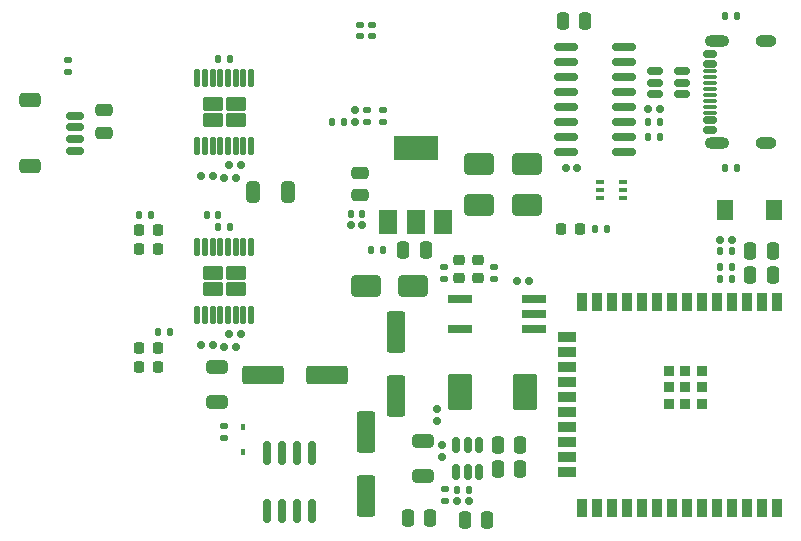
<source format=gbr>
%TF.GenerationSoftware,KiCad,Pcbnew,8.0.5*%
%TF.CreationDate,2024-10-03T19:58:32-04:00*%
%TF.ProjectId,EX-CSB1,45582d43-5342-4312-9e6b-696361645f70,rev?*%
%TF.SameCoordinates,Original*%
%TF.FileFunction,Paste,Top*%
%TF.FilePolarity,Positive*%
%FSLAX46Y46*%
G04 Gerber Fmt 4.6, Leading zero omitted, Abs format (unit mm)*
G04 Created by KiCad (PCBNEW 8.0.5) date 2024-10-03 19:58:32*
%MOMM*%
%LPD*%
G01*
G04 APERTURE LIST*
G04 Aperture macros list*
%AMRoundRect*
0 Rectangle with rounded corners*
0 $1 Rounding radius*
0 $2 $3 $4 $5 $6 $7 $8 $9 X,Y pos of 4 corners*
0 Add a 4 corners polygon primitive as box body*
4,1,4,$2,$3,$4,$5,$6,$7,$8,$9,$2,$3,0*
0 Add four circle primitives for the rounded corners*
1,1,$1+$1,$2,$3*
1,1,$1+$1,$4,$5*
1,1,$1+$1,$6,$7*
1,1,$1+$1,$8,$9*
0 Add four rect primitives between the rounded corners*
20,1,$1+$1,$2,$3,$4,$5,0*
20,1,$1+$1,$4,$5,$6,$7,0*
20,1,$1+$1,$6,$7,$8,$9,0*
20,1,$1+$1,$8,$9,$2,$3,0*%
G04 Aperture macros list end*
%ADD10R,1.350000X1.800000*%
%ADD11RoundRect,0.250000X0.475000X-0.250000X0.475000X0.250000X-0.475000X0.250000X-0.475000X-0.250000X0*%
%ADD12RoundRect,0.120000X-0.180000X-0.190000X0.180000X-0.190000X0.180000X0.190000X-0.180000X0.190000X0*%
%ADD13RoundRect,0.120000X-0.170000X-0.190000X0.170000X-0.190000X0.170000X0.190000X-0.170000X0.190000X0*%
%ADD14RoundRect,0.120000X0.180000X0.190000X-0.180000X0.190000X-0.180000X-0.190000X0.180000X-0.190000X0*%
%ADD15RoundRect,0.120000X0.190000X-0.180000X0.190000X0.180000X-0.190000X0.180000X-0.190000X-0.180000X0*%
%ADD16R,2.000000X0.640000*%
%ADD17RoundRect,0.120000X0.170000X0.190000X-0.170000X0.190000X-0.170000X-0.190000X0.170000X-0.190000X0*%
%ADD18RoundRect,0.250000X-0.250000X-0.475000X0.250000X-0.475000X0.250000X0.475000X-0.250000X0.475000X0*%
%ADD19RoundRect,0.218750X-0.218750X-0.256250X0.218750X-0.256250X0.218750X0.256250X-0.218750X0.256250X0*%
%ADD20RoundRect,0.250000X0.250000X0.475000X-0.250000X0.475000X-0.250000X-0.475000X0.250000X-0.475000X0*%
%ADD21RoundRect,0.120000X0.190000X-0.170000X0.190000X0.170000X-0.190000X0.170000X-0.190000X-0.170000X0*%
%ADD22RoundRect,0.120000X-0.190000X0.170000X-0.190000X-0.170000X0.190000X-0.170000X0.190000X0.170000X0*%
%ADD23RoundRect,0.250000X-0.550000X1.500000X-0.550000X-1.500000X0.550000X-1.500000X0.550000X1.500000X0*%
%ADD24RoundRect,0.150000X0.425000X-0.150000X0.425000X0.150000X-0.425000X0.150000X-0.425000X-0.150000X0*%
%ADD25RoundRect,0.075000X0.500000X-0.075000X0.500000X0.075000X-0.500000X0.075000X-0.500000X-0.075000X0*%
%ADD26O,2.100000X1.000000*%
%ADD27O,1.800000X1.000000*%
%ADD28RoundRect,0.250000X-0.325000X-0.650000X0.325000X-0.650000X0.325000X0.650000X-0.325000X0.650000X0*%
%ADD29RoundRect,0.150000X-0.150000X0.512500X-0.150000X-0.512500X0.150000X-0.512500X0.150000X0.512500X0*%
%ADD30RoundRect,0.250000X-0.475000X0.250000X-0.475000X-0.250000X0.475000X-0.250000X0.475000X0.250000X0*%
%ADD31R,0.650000X0.400000*%
%ADD32RoundRect,0.218750X-0.256250X0.218750X-0.256250X-0.218750X0.256250X-0.218750X0.256250X0.218750X0*%
%ADD33RoundRect,0.067800X-0.782200X0.497200X-0.782200X-0.497200X0.782200X-0.497200X0.782200X0.497200X0*%
%ADD34RoundRect,0.110000X-0.110000X0.677500X-0.110000X-0.677500X0.110000X-0.677500X0.110000X0.677500X0*%
%ADD35RoundRect,0.250000X1.000000X0.650000X-1.000000X0.650000X-1.000000X-0.650000X1.000000X-0.650000X0*%
%ADD36RoundRect,0.250000X-0.650000X0.325000X-0.650000X-0.325000X0.650000X-0.325000X0.650000X0.325000X0*%
%ADD37RoundRect,0.218750X0.218750X0.256250X-0.218750X0.256250X-0.218750X-0.256250X0.218750X-0.256250X0*%
%ADD38RoundRect,0.150000X0.825000X0.150000X-0.825000X0.150000X-0.825000X-0.150000X0.825000X-0.150000X0*%
%ADD39RoundRect,0.120000X-0.190000X0.180000X-0.190000X-0.180000X0.190000X-0.180000X0.190000X0.180000X0*%
%ADD40RoundRect,0.250000X-1.500000X-0.550000X1.500000X-0.550000X1.500000X0.550000X-1.500000X0.550000X0*%
%ADD41RoundRect,0.250000X-1.000000X-0.650000X1.000000X-0.650000X1.000000X0.650000X-1.000000X0.650000X0*%
%ADD42RoundRect,0.150000X-0.625000X0.150000X-0.625000X-0.150000X0.625000X-0.150000X0.625000X0.150000X0*%
%ADD43RoundRect,0.250000X-0.650000X0.350000X-0.650000X-0.350000X0.650000X-0.350000X0.650000X0.350000X0*%
%ADD44RoundRect,0.019500X-0.955500X-1.480500X0.955500X-1.480500X0.955500X1.480500X-0.955500X1.480500X0*%
%ADD45R,0.450000X0.600000*%
%ADD46R,1.500000X2.000000*%
%ADD47R,3.800000X2.000000*%
%ADD48RoundRect,0.250000X0.550000X-1.500000X0.550000X1.500000X-0.550000X1.500000X-0.550000X-1.500000X0*%
%ADD49RoundRect,0.150000X-0.150000X0.825000X-0.150000X-0.825000X0.150000X-0.825000X0.150000X0.825000X0*%
%ADD50R,0.900000X1.500000*%
%ADD51R,1.500000X0.900000*%
%ADD52R,0.900000X0.900000*%
%ADD53RoundRect,0.150000X0.512500X0.150000X-0.512500X0.150000X-0.512500X-0.150000X0.512500X-0.150000X0*%
G04 APERTURE END LIST*
D10*
%TO.C,SW101*%
X60425000Y31500000D03*
X64575000Y31500000D03*
%TD*%
D11*
%TO.C,C115*%
X7799999Y38050001D03*
X7799999Y39949999D03*
%TD*%
D12*
%TO.C,C118*%
X42800000Y25500000D03*
X43800000Y25500000D03*
%TD*%
D13*
%TO.C,R121*%
X53900000Y39000000D03*
X54900000Y39000000D03*
%TD*%
D14*
%TO.C,C108*%
X19000000Y34200000D03*
X18000000Y34200000D03*
%TD*%
D15*
%TO.C,C204*%
X36015000Y13625000D03*
X36015000Y14625000D03*
%TD*%
D16*
%TO.C,U104*%
X37950000Y23970000D03*
X37950000Y21430000D03*
X44250000Y21430000D03*
X44250000Y22700000D03*
X44250000Y23970000D03*
%TD*%
D17*
%TO.C,R116*%
X61000000Y25700003D03*
X60000000Y25700003D03*
%TD*%
D18*
%TO.C,C114*%
X46650001Y47500000D03*
X48549999Y47500000D03*
%TD*%
%TO.C,C101*%
X62550000Y25999997D03*
X64450000Y25999997D03*
%TD*%
D14*
%TO.C,C110*%
X19400000Y21000000D03*
X18400000Y21000000D03*
%TD*%
D12*
%TO.C,C209*%
X37700000Y6900000D03*
X38700000Y6900000D03*
%TD*%
D19*
%TO.C,D104*%
X10800000Y18200001D03*
X12375000Y18200001D03*
%TD*%
D17*
%TO.C,R119*%
X61400000Y35100000D03*
X60400000Y35100000D03*
%TD*%
%TO.C,R202*%
X38700000Y7800000D03*
X37700000Y7800000D03*
%TD*%
D20*
%TO.C,C207*%
X43050001Y11600000D03*
X41150001Y11600000D03*
%TD*%
D21*
%TO.C,R201*%
X18000000Y12200000D03*
X18000000Y13200000D03*
%TD*%
D22*
%TO.C,R205*%
X40800000Y26700000D03*
X40800000Y25700000D03*
%TD*%
D23*
%TO.C,C203*%
X30000000Y12700000D03*
X30000000Y7300000D03*
%TD*%
D14*
%TO.C,C111*%
X19400000Y35300000D03*
X18400000Y35300000D03*
%TD*%
D21*
%TO.C,R203*%
X36700000Y6900000D03*
X36700000Y7900000D03*
%TD*%
D14*
%TO.C,C107*%
X19000000Y19900000D03*
X18000000Y19900000D03*
%TD*%
D24*
%TO.C,J114*%
X59110000Y38300000D03*
X59110000Y39100000D03*
D25*
X59110000Y40250000D03*
X59110000Y41250000D03*
X59110000Y41750000D03*
X59110000Y42750000D03*
D24*
X59110000Y43900000D03*
X59110000Y44700000D03*
X59110000Y44700000D03*
X59110000Y43900000D03*
D25*
X59110000Y43250000D03*
X59110000Y42250000D03*
X59110000Y40750000D03*
X59110000Y39750000D03*
D24*
X59110000Y39100000D03*
X59110000Y38300000D03*
D26*
X59685000Y37180000D03*
D27*
X63865000Y37180000D03*
D26*
X59685000Y45820000D03*
D27*
X63865000Y45820000D03*
%TD*%
D13*
%TO.C,R109*%
X30400001Y28100000D03*
X31399999Y28100000D03*
%TD*%
D22*
%TO.C,R111*%
X30100000Y40000000D03*
X30100000Y39000000D03*
%TD*%
D28*
%TO.C,C105*%
X20424999Y33000000D03*
X23375001Y33000000D03*
%TD*%
D29*
%TO.C,U201*%
X39550000Y11637500D03*
X38600000Y11637500D03*
X37650000Y11637500D03*
X37650000Y9362500D03*
X38600000Y9362500D03*
X39550000Y9362500D03*
%TD*%
D30*
%TO.C,C211*%
X29500000Y34650000D03*
X29500000Y32750000D03*
%TD*%
D31*
%TO.C,Q101*%
X51750000Y32550000D03*
X51750000Y33200000D03*
X51750000Y33850000D03*
X49850000Y33850000D03*
X49850000Y33200000D03*
X49850000Y32550000D03*
%TD*%
D32*
%TO.C,D205*%
X39500000Y27287500D03*
X39500000Y25712500D03*
%TD*%
D17*
%TO.C,R103*%
X61000000Y28000000D03*
X60000000Y28000000D03*
%TD*%
%TO.C,R106*%
X17500000Y31100000D03*
X16500000Y31100000D03*
%TD*%
D20*
%TO.C,C210*%
X35050000Y28100000D03*
X33150000Y28100000D03*
%TD*%
D33*
%TO.C,U101*%
X18950000Y26165000D03*
X17050000Y26165000D03*
X18950000Y24835000D03*
X17050000Y24835000D03*
D34*
X20275000Y28362500D03*
X19625000Y28362500D03*
X18975000Y28362500D03*
X18325000Y28362500D03*
X17675000Y28362500D03*
X17025000Y28362500D03*
X16375000Y28362500D03*
X15725000Y28362500D03*
X15725000Y22637500D03*
X16375000Y22637500D03*
X17025000Y22637500D03*
X17675000Y22637500D03*
X18325000Y22637500D03*
X18975000Y22637500D03*
X19625000Y22637500D03*
X20275000Y22637500D03*
%TD*%
D17*
%TO.C,R117*%
X61000000Y26700000D03*
X60000000Y26700000D03*
%TD*%
D35*
%TO.C,D106*%
X34000001Y25100000D03*
X29999999Y25100000D03*
%TD*%
D13*
%TO.C,R118*%
X60400000Y47900000D03*
X61400000Y47900000D03*
%TD*%
D36*
%TO.C,C205*%
X34800001Y11975000D03*
X34800001Y9025000D03*
%TD*%
D32*
%TO.C,D202*%
X37900000Y27287500D03*
X37900000Y25712500D03*
%TD*%
D19*
%TO.C,D105*%
X46512500Y29900000D03*
X48087500Y29900000D03*
%TD*%
D13*
%TO.C,R101*%
X10800000Y31100000D03*
X11800000Y31100000D03*
%TD*%
D37*
%TO.C,D103*%
X12375000Y19799999D03*
X10800000Y19799999D03*
%TD*%
D22*
%TO.C,R204*%
X36565001Y26695000D03*
X36565001Y25695000D03*
%TD*%
D20*
%TO.C,C117*%
X35450000Y5400000D03*
X33550000Y5400000D03*
%TD*%
D38*
%TO.C,U106*%
X51875000Y36455000D03*
X51875000Y37725000D03*
X51875000Y38995000D03*
X51875000Y40265000D03*
X51875000Y41535000D03*
X51875000Y42805000D03*
X51875000Y44075000D03*
X51875000Y45345000D03*
X46925000Y45345000D03*
X46925000Y44075000D03*
X46925000Y42805000D03*
X46925000Y41535000D03*
X46925000Y40265000D03*
X46925000Y38995000D03*
X46925000Y37725000D03*
X46925000Y36455000D03*
%TD*%
D36*
%TO.C,C103*%
X17400000Y18175000D03*
X17400000Y15225000D03*
%TD*%
D39*
%TO.C,C113*%
X29100000Y40000000D03*
X29100000Y39000000D03*
%TD*%
D19*
%TO.C,D101*%
X10812500Y28200001D03*
X12387500Y28200001D03*
%TD*%
D13*
%TO.C,R120*%
X53900000Y37700000D03*
X54900000Y37700000D03*
%TD*%
D18*
%TO.C,C102*%
X62550000Y27999997D03*
X64450000Y27999997D03*
%TD*%
D13*
%TO.C,R104*%
X27100000Y39000000D03*
X28100000Y39000000D03*
%TD*%
D12*
%TO.C,C120*%
X46900000Y35100000D03*
X47900000Y35100000D03*
%TD*%
D40*
%TO.C,C201*%
X21300000Y17500000D03*
X26700000Y17500000D03*
%TD*%
D13*
%TO.C,R110*%
X28700000Y31200000D03*
X29700000Y31200000D03*
%TD*%
D22*
%TO.C,R115*%
X4800000Y44199999D03*
X4800000Y43200001D03*
%TD*%
D41*
%TO.C,D204*%
X39600000Y35400000D03*
X43600000Y35400000D03*
%TD*%
%TO.C,D203*%
X39600000Y31900000D03*
X43600000Y31900000D03*
%TD*%
D42*
%TO.C,J105*%
X5400000Y39500000D03*
X5400000Y38500000D03*
X5400000Y37500000D03*
X5400000Y36500000D03*
D43*
X1525000Y40800000D03*
X1525000Y35200000D03*
%TD*%
D44*
%TO.C,L201*%
X37925000Y16100000D03*
X43475000Y16100000D03*
%TD*%
D45*
%TO.C,D201*%
X19600001Y13150001D03*
X19600001Y11050001D03*
%TD*%
D46*
%TO.C,U202*%
X31900000Y30450000D03*
X34200000Y30450000D03*
D47*
X34200000Y36750000D03*
D46*
X36500000Y30450000D03*
%TD*%
D13*
%TO.C,R107*%
X17500000Y44300000D03*
X18500000Y44300000D03*
%TD*%
D39*
%TO.C,C206*%
X36400000Y11600000D03*
X36400000Y10600000D03*
%TD*%
D12*
%TO.C,C109*%
X60000000Y28999997D03*
X61000000Y28999997D03*
%TD*%
D20*
%TO.C,C208*%
X43050001Y9600001D03*
X41150001Y9600001D03*
%TD*%
D37*
%TO.C,D102*%
X12387500Y29799999D03*
X10812500Y29799999D03*
%TD*%
D17*
%TO.C,R112*%
X50400000Y29900000D03*
X49400000Y29900000D03*
%TD*%
D21*
%TO.C,R108*%
X31400000Y39000000D03*
X31400000Y40000000D03*
%TD*%
D14*
%TO.C,C106*%
X17040000Y34400000D03*
X16040000Y34400000D03*
%TD*%
D18*
%TO.C,C116*%
X38350000Y5300000D03*
X40250000Y5300000D03*
%TD*%
D12*
%TO.C,C112*%
X28700000Y30200002D03*
X29700000Y30200002D03*
%TD*%
D21*
%TO.C,R114*%
X30500000Y46200000D03*
X30500000Y47200000D03*
%TD*%
D33*
%TO.C,U102*%
X18950000Y40465000D03*
X17050000Y40465000D03*
X18950000Y39135000D03*
X17050000Y39135000D03*
D34*
X20275000Y42662500D03*
X19625000Y42662500D03*
X18975000Y42662500D03*
X18325000Y42662500D03*
X17675000Y42662500D03*
X17025000Y42662500D03*
X16375000Y42662500D03*
X15725000Y42662500D03*
X15725000Y36937500D03*
X16375000Y36937500D03*
X17025000Y36937500D03*
X17675000Y36937500D03*
X18325000Y36937500D03*
X18975000Y36937500D03*
X19625000Y36937500D03*
X20275000Y36937500D03*
%TD*%
D13*
%TO.C,R105*%
X17500000Y30100000D03*
X18500000Y30100000D03*
%TD*%
D21*
%TO.C,R113*%
X29500000Y46200000D03*
X29500000Y47200000D03*
%TD*%
D48*
%TO.C,C202*%
X32500000Y15800000D03*
X32500000Y21200000D03*
%TD*%
D13*
%TO.C,R102*%
X12400001Y21200000D03*
X13399999Y21200000D03*
%TD*%
D49*
%TO.C,Q201*%
X25405000Y10975000D03*
X24135000Y10975000D03*
X22865000Y10975000D03*
X21595000Y10975000D03*
X21595000Y6025000D03*
X22865000Y6025000D03*
X24135000Y6025000D03*
X25405000Y6025000D03*
%TD*%
D50*
%TO.C,U103*%
X64760000Y23750000D03*
X63490000Y23750000D03*
X62220000Y23750000D03*
X60950000Y23750000D03*
X59680000Y23750000D03*
X58410000Y23750000D03*
X57140000Y23750000D03*
X55870000Y23750000D03*
X54600000Y23750000D03*
X53330000Y23750000D03*
X52060000Y23750000D03*
X50790000Y23750000D03*
X49520000Y23750000D03*
X48250000Y23750000D03*
D51*
X47000000Y20715000D03*
X47000000Y19445000D03*
X47000000Y18175000D03*
X47000000Y16905000D03*
X47000000Y15635000D03*
X47000000Y14365000D03*
X47000000Y13095000D03*
X47000000Y11825000D03*
X47000000Y10555000D03*
X47000000Y9285000D03*
D50*
X48250000Y6250000D03*
X49520000Y6250000D03*
X50790000Y6250000D03*
X52060000Y6250000D03*
X53330000Y6250000D03*
X54600000Y6250000D03*
X55870000Y6250000D03*
X57140000Y6250000D03*
X58410000Y6250000D03*
X59680000Y6250000D03*
X60950000Y6250000D03*
X62220000Y6250000D03*
X63490000Y6250000D03*
X64760000Y6250000D03*
D52*
X58440000Y17900000D03*
X57040000Y17900000D03*
X55640000Y17900000D03*
X58440000Y16500000D03*
X57040000Y16500000D03*
X55640000Y16500000D03*
X58440000Y15100000D03*
X57040000Y15100000D03*
X55640000Y15100000D03*
%TD*%
D14*
%TO.C,C104*%
X17040000Y20100000D03*
X16040000Y20100000D03*
%TD*%
D12*
%TO.C,C119*%
X53900000Y40100000D03*
X54900000Y40100000D03*
%TD*%
D53*
%TO.C,U105*%
X56737500Y41350000D03*
X56737500Y42300000D03*
X56737500Y43250000D03*
X54462500Y43250000D03*
X54462500Y42300000D03*
X54462500Y41350000D03*
%TD*%
M02*

</source>
